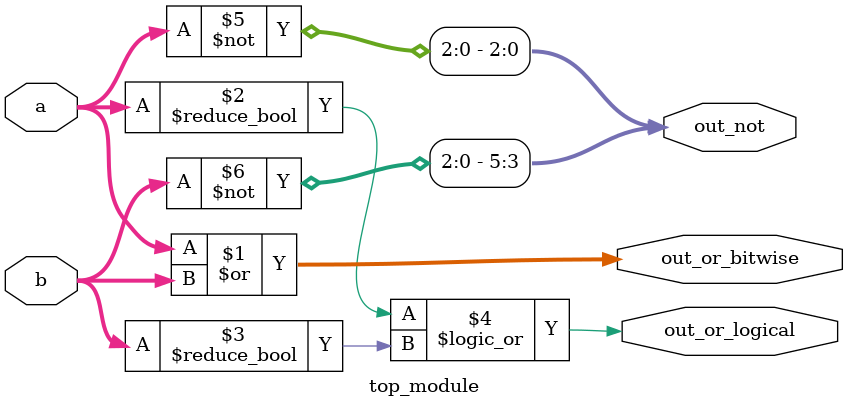
<source format=sv>
module top_module(
    input [2:0] a, 
    input [2:0] b, 
    output [2:0] out_or_bitwise,
    output out_or_logical,
    output [5:0] out_not
);

    // Bitwise OR
    assign out_or_bitwise = a | b;

    // Logical OR
    assign out_or_logical = (a != 0) || (b != 0);

    // Inverse (NOT)
    assign out_not = {~b, ~a};

endmodule

</source>
